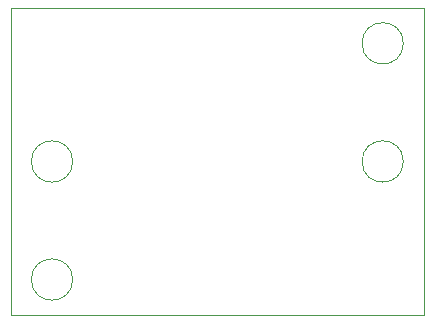
<source format=gbr>
%TF.GenerationSoftware,KiCad,Pcbnew,(5.1.10)-1*%
%TF.CreationDate,2021-08-06T17:07:10+10:00*%
%TF.ProjectId,A1200LED,41313230-304c-4454-942e-6b696361645f,rev?*%
%TF.SameCoordinates,Original*%
%TF.FileFunction,Profile,NP*%
%FSLAX46Y46*%
G04 Gerber Fmt 4.6, Leading zero omitted, Abs format (unit mm)*
G04 Created by KiCad (PCBNEW (5.1.10)-1) date 2021-08-06 17:07:10*
%MOMM*%
%LPD*%
G01*
G04 APERTURE LIST*
%TA.AperFunction,Profile*%
%ADD10C,0.050000*%
%TD*%
G04 APERTURE END LIST*
D10*
X105250000Y-124000000D02*
G75*
G03*
X105250000Y-124000000I-1750000J0D01*
G01*
X133250000Y-104000000D02*
G75*
G03*
X133250000Y-104000000I-1750000J0D01*
G01*
X133250000Y-114000000D02*
G75*
G03*
X133250000Y-114000000I-1750000J0D01*
G01*
X105250000Y-114000000D02*
G75*
G03*
X105250000Y-114000000I-1750000J0D01*
G01*
X135000000Y-101000000D02*
X135000000Y-127000000D01*
X100000000Y-127000000D02*
X135000000Y-127000000D01*
X100000000Y-101000000D02*
X135000000Y-101000000D01*
X100000000Y-101000000D02*
X100000000Y-127000000D01*
M02*

</source>
